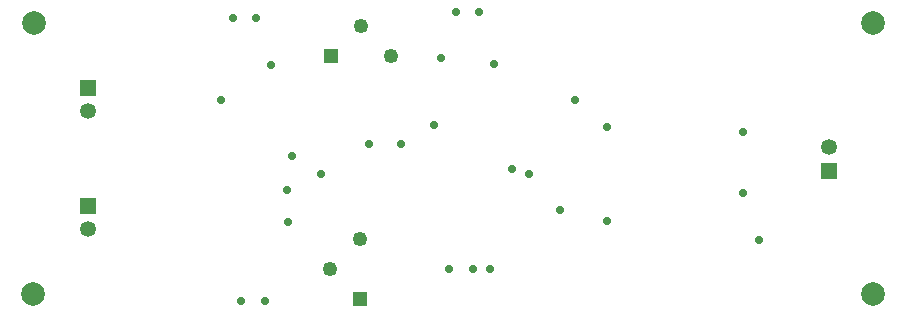
<source format=gbr>
G04*
G04 #@! TF.GenerationSoftware,Altium Limited,Altium Designer,23.8.1 (32)*
G04*
G04 Layer_Physical_Order=4*
G04 Layer_Color=16711680*
%FSLAX43Y43*%
%MOMM*%
G71*
G04*
G04 #@! TF.SameCoordinates,4157314E-2F8B-4695-BFB2-F8FC6B21436D*
G04*
G04*
G04 #@! TF.FilePolarity,Positive*
G04*
G01*
G75*
%ADD41R,1.350X1.350*%
%ADD42C,1.350*%
%ADD43C,2.000*%
%ADD44R,1.250X1.250*%
%ADD45C,1.250*%
%ADD46R,1.250X1.250*%
%ADD47C,0.700*%
D41*
X7627Y20550D02*
D03*
Y10550D02*
D03*
X70373Y13500D02*
D03*
D42*
X7627Y18550D02*
D03*
Y8550D02*
D03*
X70373Y15500D02*
D03*
D43*
X3000Y3050D02*
D03*
X3050Y26050D02*
D03*
X74050Y3050D02*
D03*
Y26050D02*
D03*
D44*
X28160Y23210D02*
D03*
D45*
X30700Y25750D02*
D03*
X33240Y23210D02*
D03*
X28125Y5175D02*
D03*
X30665Y7715D02*
D03*
D46*
Y2635D02*
D03*
D47*
X24875Y14790D02*
D03*
X34125Y15800D02*
D03*
X43500Y13625D02*
D03*
X51600Y9250D02*
D03*
X47600Y10200D02*
D03*
X51600Y17250D02*
D03*
X64425Y7650D02*
D03*
X63100Y11600D02*
D03*
X63075Y16800D02*
D03*
X40760Y26975D02*
D03*
X20600Y2475D02*
D03*
X24500Y11885D02*
D03*
X21875Y26475D02*
D03*
X23150Y22475D02*
D03*
X22615Y2475D02*
D03*
X24525Y9175D02*
D03*
X27325Y13250D02*
D03*
X48875Y19475D02*
D03*
X45000Y13200D02*
D03*
X41675Y5150D02*
D03*
X36900Y17365D02*
D03*
X37525Y23075D02*
D03*
X40225Y5150D02*
D03*
X42030Y22575D02*
D03*
X31375Y15800D02*
D03*
X38760Y26975D02*
D03*
X19875Y26475D02*
D03*
X38225Y5150D02*
D03*
X18850Y19515D02*
D03*
M02*

</source>
